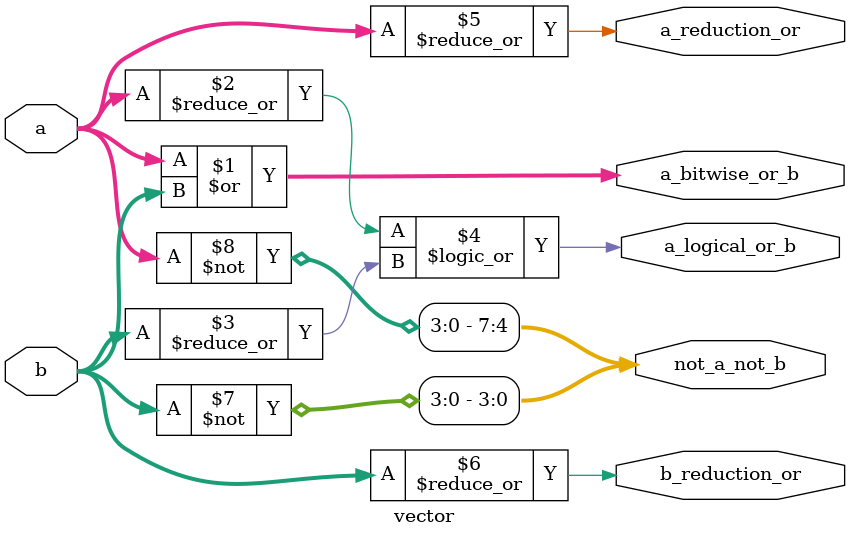
<source format=v>
module vector(
  input [3:0] a,
  input [3:0] b,
  output [3:0] a_bitwise_or_b,
  output a_logical_or_b,
  output a_reduction_or,
  output b_reduction_or,
  output [7:0] not_a_not_b);

  assign a_bitwise_or_b = a | b;
  assign a_logical_or_b = (|a) || (|b);
  assign a_reduction_or = |a;
  assign b_reduction_or = |b;
  assign not_a_not_b = {~a, ~b};
endmodule
</source>
